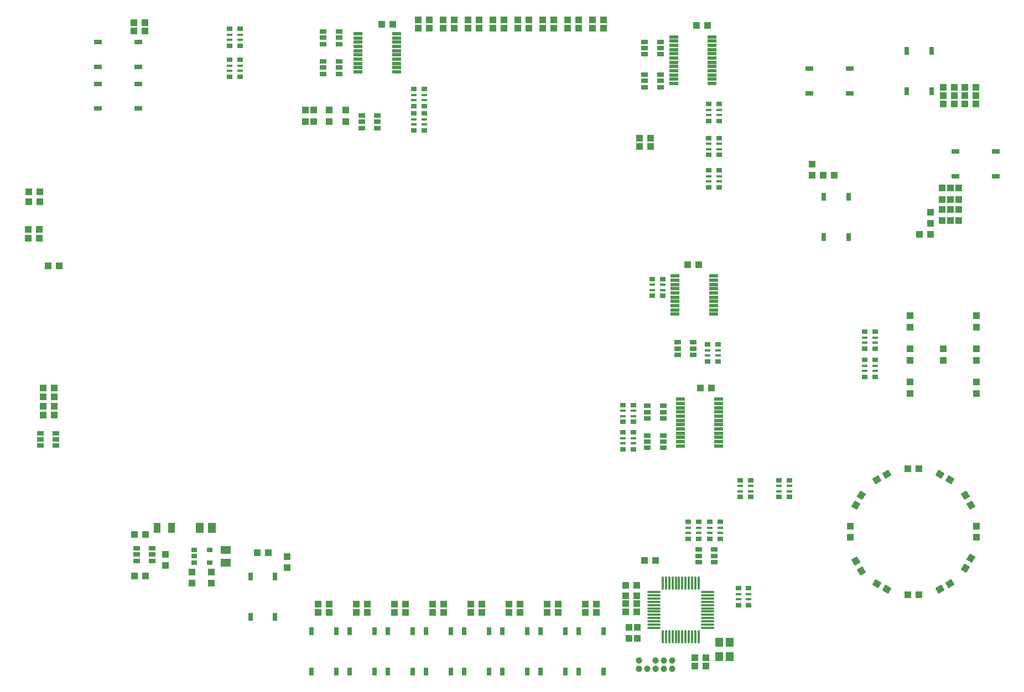
<source format=gtp>
G04*
G04 #@! TF.GenerationSoftware,Altium Limited,Altium Designer,19.1.8 (144)*
G04*
G04 Layer_Color=8421504*
%FSLAX25Y25*%
%MOIN*%
G70*
G01*
G75*
%ADD31C,0.03937*%
%ADD32R,0.04724X0.05512*%
G04:AMPARAMS|DCode=33|XSize=17.72mil|YSize=55.12mil|CornerRadius=1.95mil|HoleSize=0mil|Usage=FLASHONLY|Rotation=90.000|XOffset=0mil|YOffset=0mil|HoleType=Round|Shape=RoundedRectangle|*
%AMROUNDEDRECTD33*
21,1,0.01772,0.05122,0,0,90.0*
21,1,0.01382,0.05512,0,0,90.0*
1,1,0.00390,0.02561,0.00691*
1,1,0.00390,0.02561,-0.00691*
1,1,0.00390,-0.02561,-0.00691*
1,1,0.00390,-0.02561,0.00691*
%
%ADD33ROUNDEDRECTD33*%
%ADD34R,0.03937X0.05906*%
%ADD35O,0.08268X0.01181*%
%ADD36O,0.01181X0.08268*%
%ADD37R,0.04724X0.03000*%
%ADD38R,0.03543X0.02559*%
%ADD39R,0.05906X0.05118*%
%ADD40R,0.03000X0.04724*%
%ADD41R,0.03937X0.04331*%
%ADD42R,0.04331X0.02559*%
%ADD43R,0.03347X0.02559*%
%ADD44R,0.03347X0.01772*%
%ADD45R,0.04331X0.03937*%
G04:AMPARAMS|DCode=46|XSize=43.31mil|YSize=39.37mil|CornerRadius=0mil|HoleSize=0mil|Usage=FLASHONLY|Rotation=210.000|XOffset=0mil|YOffset=0mil|HoleType=Round|Shape=Rectangle|*
%AMROTATEDRECTD46*
4,1,4,0.00891,0.02788,0.02859,-0.00622,-0.00891,-0.02788,-0.02859,0.00622,0.00891,0.02788,0.0*
%
%ADD46ROTATEDRECTD46*%

G04:AMPARAMS|DCode=47|XSize=43.31mil|YSize=39.37mil|CornerRadius=0mil|HoleSize=0mil|Usage=FLASHONLY|Rotation=240.000|XOffset=0mil|YOffset=0mil|HoleType=Round|Shape=Rectangle|*
%AMROTATEDRECTD47*
4,1,4,-0.00622,0.02859,0.02788,0.00891,0.00622,-0.02859,-0.02788,-0.00891,-0.00622,0.02859,0.0*
%
%ADD47ROTATEDRECTD47*%

G04:AMPARAMS|DCode=48|XSize=43.31mil|YSize=39.37mil|CornerRadius=0mil|HoleSize=0mil|Usage=FLASHONLY|Rotation=300.000|XOffset=0mil|YOffset=0mil|HoleType=Round|Shape=Rectangle|*
%AMROTATEDRECTD48*
4,1,4,-0.02788,0.00891,0.00622,0.02859,0.02788,-0.00891,-0.00622,-0.02859,-0.02788,0.00891,0.0*
%
%ADD48ROTATEDRECTD48*%

G04:AMPARAMS|DCode=49|XSize=43.31mil|YSize=39.37mil|CornerRadius=0mil|HoleSize=0mil|Usage=FLASHONLY|Rotation=330.000|XOffset=0mil|YOffset=0mil|HoleType=Round|Shape=Rectangle|*
%AMROTATEDRECTD49*
4,1,4,-0.02859,-0.00622,-0.00891,0.02788,0.02859,0.00622,0.00891,-0.02788,-0.02859,-0.00622,0.0*
%
%ADD49ROTATEDRECTD49*%

%ADD50R,0.05118X0.05906*%
D31*
X341842Y8496D02*
D03*
X336842D02*
D03*
X331842D02*
D03*
X326842D02*
D03*
X321842D02*
D03*
X331842Y13496D02*
D03*
X336842D02*
D03*
X341842D02*
D03*
X321842D02*
D03*
D32*
X370292Y24327D02*
D03*
X376591D02*
D03*
Y15665D02*
D03*
X370292D02*
D03*
D33*
X343528Y245412D02*
D03*
Y242853D02*
D03*
Y240294D02*
D03*
Y237735D02*
D03*
Y235175D02*
D03*
Y232616D02*
D03*
Y230057D02*
D03*
Y227498D02*
D03*
Y224939D02*
D03*
Y222380D02*
D03*
X366756Y245412D02*
D03*
Y242853D02*
D03*
Y240294D02*
D03*
Y237735D02*
D03*
Y235175D02*
D03*
Y232616D02*
D03*
Y230057D02*
D03*
Y227498D02*
D03*
Y224939D02*
D03*
Y222380D02*
D03*
X346728Y171071D02*
D03*
Y168512D02*
D03*
Y165953D02*
D03*
Y163394D02*
D03*
Y160835D02*
D03*
Y158275D02*
D03*
Y155717D02*
D03*
Y153157D02*
D03*
Y150598D02*
D03*
Y148039D02*
D03*
Y145480D02*
D03*
Y142921D02*
D03*
X369956Y171071D02*
D03*
Y168512D02*
D03*
Y165953D02*
D03*
Y163394D02*
D03*
Y160835D02*
D03*
Y158275D02*
D03*
Y155717D02*
D03*
Y153157D02*
D03*
Y150598D02*
D03*
Y148039D02*
D03*
Y145480D02*
D03*
Y142921D02*
D03*
X365956Y361476D02*
D03*
Y364035D02*
D03*
Y366595D02*
D03*
Y369153D02*
D03*
Y371713D02*
D03*
Y374272D02*
D03*
Y376831D02*
D03*
Y379390D02*
D03*
Y381949D02*
D03*
Y384508D02*
D03*
Y387067D02*
D03*
Y389626D02*
D03*
X342728Y361476D02*
D03*
Y364035D02*
D03*
Y366595D02*
D03*
Y369153D02*
D03*
Y371713D02*
D03*
Y374272D02*
D03*
Y376831D02*
D03*
Y379390D02*
D03*
Y381949D02*
D03*
Y384508D02*
D03*
Y387067D02*
D03*
Y389626D02*
D03*
X152428Y391512D02*
D03*
Y388953D02*
D03*
Y386394D02*
D03*
Y383835D02*
D03*
Y381276D02*
D03*
Y378716D02*
D03*
Y376157D02*
D03*
Y373598D02*
D03*
Y371039D02*
D03*
Y368480D02*
D03*
X175656Y391512D02*
D03*
Y388953D02*
D03*
Y386394D02*
D03*
Y383835D02*
D03*
Y381276D02*
D03*
Y378716D02*
D03*
Y376157D02*
D03*
Y373598D02*
D03*
Y371039D02*
D03*
Y368480D02*
D03*
D34*
X40072Y93396D02*
D03*
X31411D02*
D03*
D35*
X330800Y54823D02*
D03*
Y52854D02*
D03*
Y50886D02*
D03*
Y48917D02*
D03*
Y46949D02*
D03*
Y44980D02*
D03*
Y43012D02*
D03*
Y41043D02*
D03*
Y39075D02*
D03*
Y37106D02*
D03*
Y35138D02*
D03*
Y33169D02*
D03*
X363084D02*
D03*
Y35138D02*
D03*
Y37106D02*
D03*
Y39075D02*
D03*
Y41043D02*
D03*
Y43012D02*
D03*
Y44980D02*
D03*
Y46949D02*
D03*
Y48917D02*
D03*
Y50886D02*
D03*
Y52854D02*
D03*
Y54823D02*
D03*
D36*
X336115Y27854D02*
D03*
X338084D02*
D03*
X340052D02*
D03*
X342021D02*
D03*
X343989D02*
D03*
X345957D02*
D03*
X347926D02*
D03*
X349894D02*
D03*
X351863D02*
D03*
X353832D02*
D03*
X355800D02*
D03*
X357769D02*
D03*
Y60138D02*
D03*
X355800D02*
D03*
X353832D02*
D03*
X351863D02*
D03*
X349894D02*
D03*
X347926D02*
D03*
X345957D02*
D03*
X343989D02*
D03*
X342021D02*
D03*
X340052D02*
D03*
X338084D02*
D03*
X336115D02*
D03*
D37*
X-4263Y361283D02*
D03*
Y346520D02*
D03*
X20146D02*
D03*
Y361283D02*
D03*
Y386378D02*
D03*
Y371614D02*
D03*
X-4263D02*
D03*
Y386378D02*
D03*
X424395Y355614D02*
D03*
Y370378D02*
D03*
X448804D02*
D03*
Y355614D02*
D03*
X536804Y320378D02*
D03*
Y305614D02*
D03*
X512395D02*
D03*
Y320378D02*
D03*
D38*
X53832Y80136D02*
D03*
Y76396D02*
D03*
Y72656D02*
D03*
X63281D02*
D03*
Y80136D02*
D03*
D39*
X72742Y80136D02*
D03*
Y72656D02*
D03*
D40*
X483217Y356791D02*
D03*
X497981D02*
D03*
Y381201D02*
D03*
X483217D02*
D03*
X447981Y268791D02*
D03*
X433217D02*
D03*
Y293201D02*
D03*
X447981D02*
D03*
X139324Y6791D02*
D03*
X124560D02*
D03*
Y31201D02*
D03*
X139324D02*
D03*
X162324Y6791D02*
D03*
X147560D02*
D03*
Y31201D02*
D03*
X162324D02*
D03*
X185324Y6791D02*
D03*
X170560D02*
D03*
Y31201D02*
D03*
X185324D02*
D03*
X208324Y6791D02*
D03*
X193560D02*
D03*
Y31201D02*
D03*
X208324D02*
D03*
X231324Y6791D02*
D03*
X216560D02*
D03*
Y31201D02*
D03*
X231324D02*
D03*
X254324Y6791D02*
D03*
X239560D02*
D03*
Y31201D02*
D03*
X254324D02*
D03*
X277324Y6791D02*
D03*
X262560D02*
D03*
Y31201D02*
D03*
X277324D02*
D03*
X300324Y6791D02*
D03*
X285560D02*
D03*
Y31201D02*
D03*
X300324D02*
D03*
X102624Y39691D02*
D03*
X87860D02*
D03*
Y64101D02*
D03*
X102624D02*
D03*
D41*
X509599Y291650D02*
D03*
Y298342D02*
D03*
X135142Y345342D02*
D03*
Y338650D02*
D03*
X504599Y298342D02*
D03*
Y291650D02*
D03*
X505099Y194650D02*
D03*
Y201342D02*
D03*
X485099Y221342D02*
D03*
Y214650D02*
D03*
X525099Y174650D02*
D03*
Y181342D02*
D03*
Y221342D02*
D03*
Y214650D02*
D03*
X485099Y174650D02*
D03*
Y181342D02*
D03*
Y201342D02*
D03*
Y194650D02*
D03*
X525099D02*
D03*
Y201342D02*
D03*
X449099Y94442D02*
D03*
Y87749D02*
D03*
X525099Y87749D02*
D03*
Y94442D02*
D03*
X320942Y33524D02*
D03*
Y26831D02*
D03*
X315942D02*
D03*
Y33524D02*
D03*
X64057Y66742D02*
D03*
Y60049D02*
D03*
X36442Y70950D02*
D03*
Y77642D02*
D03*
X120942Y338650D02*
D03*
Y345342D02*
D03*
X497599Y277150D02*
D03*
Y283842D02*
D03*
X514599Y291650D02*
D03*
Y298342D02*
D03*
X504599Y285524D02*
D03*
Y278831D02*
D03*
X509599Y285524D02*
D03*
Y278831D02*
D03*
X514599Y285524D02*
D03*
Y278831D02*
D03*
X426099Y306150D02*
D03*
Y312842D02*
D03*
X52442Y66742D02*
D03*
Y60049D02*
D03*
X125942Y338650D02*
D03*
Y345342D02*
D03*
X109742Y76242D02*
D03*
Y69550D02*
D03*
X145142Y338650D02*
D03*
Y345342D02*
D03*
D42*
X-29576Y150540D02*
D03*
Y146800D02*
D03*
Y143060D02*
D03*
X-39024D02*
D03*
Y146800D02*
D03*
X-39024Y150540D02*
D03*
X336366Y167052D02*
D03*
Y163312D02*
D03*
Y159572D02*
D03*
X326917D02*
D03*
Y163312D02*
D03*
Y167052D02*
D03*
X326917Y149236D02*
D03*
Y145496D02*
D03*
Y141756D02*
D03*
X336366D02*
D03*
Y145496D02*
D03*
Y149236D02*
D03*
X334666Y386636D02*
D03*
Y382896D02*
D03*
Y379156D02*
D03*
X325217D02*
D03*
Y382896D02*
D03*
Y386636D02*
D03*
X345170Y205353D02*
D03*
Y201613D02*
D03*
Y197873D02*
D03*
X354619D02*
D03*
Y201613D02*
D03*
Y205353D02*
D03*
X367266Y80336D02*
D03*
Y76596D02*
D03*
Y72856D02*
D03*
X357817D02*
D03*
Y76596D02*
D03*
Y80336D02*
D03*
X19017Y81136D02*
D03*
Y77396D02*
D03*
Y73656D02*
D03*
X28466D02*
D03*
Y77396D02*
D03*
Y81136D02*
D03*
X334666Y366736D02*
D03*
Y362996D02*
D03*
Y359256D02*
D03*
X325217D02*
D03*
Y362996D02*
D03*
Y366736D02*
D03*
X131517Y374736D02*
D03*
Y370996D02*
D03*
Y367256D02*
D03*
X140966D02*
D03*
Y370996D02*
D03*
Y374736D02*
D03*
Y392736D02*
D03*
Y388996D02*
D03*
Y385256D02*
D03*
X131517D02*
D03*
Y388996D02*
D03*
Y392736D02*
D03*
X154717Y342136D02*
D03*
Y338396D02*
D03*
Y334656D02*
D03*
X164166D02*
D03*
Y338396D02*
D03*
Y342136D02*
D03*
D43*
X382952Y122318D02*
D03*
Y112082D02*
D03*
X389251Y122318D02*
D03*
Y112082D02*
D03*
X192491Y333178D02*
D03*
Y343414D02*
D03*
X186192Y333178D02*
D03*
Y343414D02*
D03*
Y358114D02*
D03*
Y347878D02*
D03*
X192491Y358114D02*
D03*
Y347878D02*
D03*
X81410Y384187D02*
D03*
Y394424D02*
D03*
X75110Y384187D02*
D03*
Y394424D02*
D03*
X75110Y375867D02*
D03*
Y365631D02*
D03*
X81409Y375867D02*
D03*
Y365631D02*
D03*
X318591Y157378D02*
D03*
Y167614D02*
D03*
X312292Y157378D02*
D03*
Y167614D02*
D03*
Y151114D02*
D03*
Y140878D02*
D03*
X318591Y151114D02*
D03*
Y140878D02*
D03*
X369991Y298878D02*
D03*
Y309114D02*
D03*
X363692Y298878D02*
D03*
Y309114D02*
D03*
X329792Y243614D02*
D03*
Y233378D02*
D03*
X336091Y243614D02*
D03*
Y233378D02*
D03*
X369591Y193878D02*
D03*
Y204114D02*
D03*
X363292Y193878D02*
D03*
Y204114D02*
D03*
X351392Y97114D02*
D03*
Y86878D02*
D03*
X357691Y97114D02*
D03*
Y86878D02*
D03*
X369991Y318378D02*
D03*
Y328614D02*
D03*
X363692Y318378D02*
D03*
Y328614D02*
D03*
X406150Y122318D02*
D03*
Y112082D02*
D03*
X412450Y122318D02*
D03*
Y112082D02*
D03*
X387950Y46882D02*
D03*
Y57118D02*
D03*
X381650Y46882D02*
D03*
Y57118D02*
D03*
X457750Y211713D02*
D03*
Y201477D02*
D03*
X464049Y211713D02*
D03*
Y201477D02*
D03*
Y184477D02*
D03*
Y194713D02*
D03*
X457750Y184477D02*
D03*
Y194713D02*
D03*
X363692Y349114D02*
D03*
Y338878D02*
D03*
X369991Y349114D02*
D03*
Y338878D02*
D03*
X370645Y86896D02*
D03*
Y97132D02*
D03*
X364346Y86896D02*
D03*
Y97132D02*
D03*
D44*
X382952Y118775D02*
D03*
Y115625D02*
D03*
X389251Y118775D02*
D03*
Y115625D02*
D03*
X192491Y336721D02*
D03*
Y339871D02*
D03*
X186192Y336721D02*
D03*
Y339871D02*
D03*
Y354571D02*
D03*
Y351421D02*
D03*
X192491Y354571D02*
D03*
Y351421D02*
D03*
X81410Y387731D02*
D03*
Y390880D02*
D03*
X75110Y387731D02*
D03*
Y390880D02*
D03*
X75110Y372323D02*
D03*
Y369174D02*
D03*
X81409Y372323D02*
D03*
Y369174D02*
D03*
X318591Y160921D02*
D03*
Y164071D02*
D03*
X312292Y160921D02*
D03*
Y164071D02*
D03*
Y147571D02*
D03*
Y144421D02*
D03*
X318591Y147571D02*
D03*
Y144421D02*
D03*
X369991Y302421D02*
D03*
Y305571D02*
D03*
X363692Y302421D02*
D03*
Y305571D02*
D03*
X329792Y240071D02*
D03*
Y236921D02*
D03*
X336091Y240071D02*
D03*
Y236921D02*
D03*
X369591Y197421D02*
D03*
Y200571D02*
D03*
X363292Y197421D02*
D03*
Y200571D02*
D03*
X351392Y93571D02*
D03*
Y90421D02*
D03*
X357691Y93571D02*
D03*
Y90421D02*
D03*
X369991Y321921D02*
D03*
Y325071D02*
D03*
X363692Y321921D02*
D03*
Y325071D02*
D03*
X406150Y118775D02*
D03*
Y115625D02*
D03*
X412450Y118775D02*
D03*
X412450Y115625D02*
D03*
X387950Y50425D02*
D03*
Y53575D02*
D03*
X381650Y50425D02*
D03*
Y53575D02*
D03*
X457750Y208170D02*
D03*
Y205020D02*
D03*
X464049Y208170D02*
D03*
Y205020D02*
D03*
Y188020D02*
D03*
Y191170D02*
D03*
X457750Y188020D02*
D03*
Y191170D02*
D03*
X363692Y345571D02*
D03*
Y342421D02*
D03*
X369991Y345571D02*
D03*
Y342421D02*
D03*
X370645Y90439D02*
D03*
Y93589D02*
D03*
X364346Y90439D02*
D03*
Y93589D02*
D03*
D45*
X-39654Y268100D02*
D03*
X-46346D02*
D03*
X-45846Y290216D02*
D03*
X-39154D02*
D03*
X320346Y42800D02*
D03*
X313653D02*
D03*
X-30454Y161400D02*
D03*
X-37146D02*
D03*
Y166900D02*
D03*
X-30454D02*
D03*
X-37146Y172400D02*
D03*
X-30454D02*
D03*
X-37146Y177900D02*
D03*
X-30454D02*
D03*
X313653Y52600D02*
D03*
X320346D02*
D03*
X-39154Y295996D02*
D03*
X-45846D02*
D03*
X296288Y47417D02*
D03*
X289595D02*
D03*
X266595Y47496D02*
D03*
X273288D02*
D03*
X250288D02*
D03*
X243595D02*
D03*
X220595D02*
D03*
X227288D02*
D03*
X197595D02*
D03*
X204288D02*
D03*
X181288D02*
D03*
X174595D02*
D03*
X151595D02*
D03*
X158288D02*
D03*
X135288D02*
D03*
X128595D02*
D03*
X98588Y78581D02*
D03*
X91895D02*
D03*
X511946Y348996D02*
D03*
X505253D02*
D03*
X300442Y399894D02*
D03*
X293749D02*
D03*
X278749D02*
D03*
X285442D02*
D03*
X270442D02*
D03*
X263749D02*
D03*
X248749D02*
D03*
X255442D02*
D03*
X240442D02*
D03*
X233749D02*
D03*
X218749D02*
D03*
X225442D02*
D03*
X210442D02*
D03*
X203749D02*
D03*
X188749D02*
D03*
X195442D02*
D03*
X483753Y129096D02*
D03*
X490446D02*
D03*
X490446Y53096D02*
D03*
X483753D02*
D03*
X-39654Y273600D02*
D03*
X-46346D02*
D03*
X-27654Y251500D02*
D03*
X-34346D02*
D03*
X358695Y177796D02*
D03*
X365388D02*
D03*
X363088Y396396D02*
D03*
X356395D02*
D03*
X351095Y252096D02*
D03*
X357788D02*
D03*
X166906Y396996D02*
D03*
X173599D02*
D03*
X313653Y58796D02*
D03*
X320346D02*
D03*
X362288Y15096D02*
D03*
X355595D02*
D03*
X313653Y47700D02*
D03*
X320346Y47700D02*
D03*
X331747Y73956D02*
D03*
X325054D02*
D03*
X511946Y353996D02*
D03*
X505253D02*
D03*
X439446Y305996D02*
D03*
X432753D02*
D03*
X505253Y358996D02*
D03*
X511946D02*
D03*
X497446Y270496D02*
D03*
X490753D02*
D03*
X518072Y348996D02*
D03*
X524765D02*
D03*
X518072Y353996D02*
D03*
X524765D02*
D03*
X518072Y358996D02*
D03*
X524765D02*
D03*
X362288Y9996D02*
D03*
X355595D02*
D03*
X24588Y64396D02*
D03*
X17895D02*
D03*
X24588Y89609D02*
D03*
X17895D02*
D03*
X24288Y397996D02*
D03*
X17595D02*
D03*
X24288Y392996D02*
D03*
X17595D02*
D03*
X135288Y42496D02*
D03*
X128595D02*
D03*
X158288D02*
D03*
X151595D02*
D03*
X181288D02*
D03*
X174595D02*
D03*
X204288D02*
D03*
X197595D02*
D03*
X227288D02*
D03*
X220595D02*
D03*
X250288D02*
D03*
X243595D02*
D03*
X273288D02*
D03*
X266595D02*
D03*
X296288D02*
D03*
X289595D02*
D03*
X188749Y394895D02*
D03*
X195442D02*
D03*
X203749D02*
D03*
X210442D02*
D03*
X218749D02*
D03*
X225442D02*
D03*
X233749D02*
D03*
X240442D02*
D03*
X248749D02*
D03*
X255442D02*
D03*
X263749D02*
D03*
X270442D02*
D03*
X278749D02*
D03*
X285442D02*
D03*
X293749D02*
D03*
X300442D02*
D03*
X328888Y328396D02*
D03*
X322195D02*
D03*
X328888Y323496D02*
D03*
X322195D02*
D03*
D46*
X470997Y125678D02*
D03*
X465201Y122332D02*
D03*
X503201Y56514D02*
D03*
X508997Y59860D02*
D03*
D47*
X452517Y107198D02*
D03*
X455864Y112994D02*
D03*
X521681Y74994D02*
D03*
X518335Y69198D02*
D03*
D48*
X455864Y67598D02*
D03*
X452517Y73394D02*
D03*
X518335Y112994D02*
D03*
X521681Y107198D02*
D03*
D49*
X465201Y59860D02*
D03*
X470997Y56514D02*
D03*
X508997Y122332D02*
D03*
X503201Y125678D02*
D03*
D50*
X57102Y93396D02*
D03*
X64582D02*
D03*
M02*

</source>
